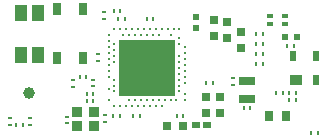
<source format=gtp>
G04 Layer_Color=8421504*
%FSLAX24Y24*%
%MOIN*%
G70*
G01*
G75*
%ADD18R,0.0256X0.0413*%
%ADD19R,0.0413X0.0551*%
%ADD20R,0.1902X0.1902*%
%ADD22R,0.0197X0.0157*%
%ADD24R,0.0236X0.0335*%
%ADD25R,0.0394X0.0335*%
%ADD26R,0.0300X0.0320*%
%ADD27R,0.0315X0.0295*%
%ADD28R,0.0197X0.0236*%
%ADD29R,0.0256X0.0197*%
%ADD30R,0.0374X0.0335*%
%ADD31R,0.0106X0.0118*%
%ADD32R,0.0551X0.0295*%
%ADD33R,0.0118X0.0106*%
%ADD34C,0.0394*%
%ADD36R,0.0236X0.0197*%
%ADD37R,0.0295X0.0315*%
%ADD61C,0.0118*%
D18*
X3757Y313D02*
D03*
Y1947D02*
D03*
X4603Y313D02*
D03*
Y1947D02*
D03*
D19*
X2545Y421D02*
D03*
X3115D02*
D03*
Y1839D02*
D03*
X2545D02*
D03*
D20*
X6750Y0D02*
D03*
D22*
X11356Y1738D02*
D03*
X10844D02*
D03*
Y1462D02*
D03*
X11356D02*
D03*
D24*
X11626Y404D02*
D03*
X12374D02*
D03*
Y-404D02*
D03*
D25*
X11705D02*
D03*
D26*
X10825Y-1600D02*
D03*
X11375D02*
D03*
D27*
X9430Y1000D02*
D03*
Y1532D02*
D03*
X8730Y-984D02*
D03*
Y-1516D02*
D03*
X9190D02*
D03*
Y-984D02*
D03*
X9880Y1182D02*
D03*
Y650D02*
D03*
X8980Y1582D02*
D03*
Y1050D02*
D03*
D28*
X8400Y1313D02*
D03*
Y1707D02*
D03*
D29*
X8383Y-1914D02*
D03*
X8757D02*
D03*
D30*
X4426Y-1488D02*
D03*
Y-1941D02*
D03*
X4997D02*
D03*
Y-1488D02*
D03*
D31*
X4734Y-303D02*
D03*
X4509D02*
D03*
X5862Y1880D02*
D03*
X5638D02*
D03*
X2398Y-1920D02*
D03*
X2622D02*
D03*
X12442Y-2170D02*
D03*
X12218D02*
D03*
X11722Y-840D02*
D03*
X11498D02*
D03*
X11652Y720D02*
D03*
X11428D02*
D03*
X11282Y-840D02*
D03*
X11058D02*
D03*
X11722Y-1070D02*
D03*
X11498D02*
D03*
X9968Y-1330D02*
D03*
X10192D02*
D03*
X6524Y-1615D02*
D03*
X6299D02*
D03*
X5629D02*
D03*
X5854D02*
D03*
X4739Y-1105D02*
D03*
X4964D02*
D03*
X4964Y-875D02*
D03*
X4739D02*
D03*
X6002Y1626D02*
D03*
X5778D02*
D03*
X6962D02*
D03*
X6738D02*
D03*
X8942Y-514D02*
D03*
X8718D02*
D03*
X7962Y-1620D02*
D03*
X7738D02*
D03*
X10622Y120D02*
D03*
X10398D02*
D03*
X10622Y453D02*
D03*
X10398D02*
D03*
X10622Y1120D02*
D03*
X10398D02*
D03*
X10622Y787D02*
D03*
X10398D02*
D03*
D32*
X10100Y-455D02*
D03*
Y-1025D02*
D03*
D33*
X2170Y-1912D02*
D03*
Y-1688D02*
D03*
X5320Y1643D02*
D03*
Y1867D02*
D03*
X2850Y-1688D02*
D03*
Y-1912D02*
D03*
X9610Y-576D02*
D03*
Y-352D02*
D03*
X5110Y452D02*
D03*
Y228D02*
D03*
X4300Y-418D02*
D03*
Y-642D02*
D03*
X4958Y-390D02*
D03*
Y-614D02*
D03*
X5342Y-1807D02*
D03*
Y-1583D02*
D03*
X4082Y-1623D02*
D03*
Y-1847D02*
D03*
D34*
X2820Y-850D02*
D03*
D36*
X11747Y1020D02*
D03*
X11353D02*
D03*
D37*
X7947Y-1955D02*
D03*
X7416D02*
D03*
D61*
X5667Y1280D02*
D03*
X5864D02*
D03*
X6061D02*
D03*
X6258D02*
D03*
X6455D02*
D03*
X6652D02*
D03*
X6848D02*
D03*
X7045D02*
D03*
X7242D02*
D03*
X7439D02*
D03*
X7636D02*
D03*
X7833D02*
D03*
X5470Y1083D02*
D03*
X5963D02*
D03*
X6159D02*
D03*
X6356D02*
D03*
X6553D02*
D03*
X6750D02*
D03*
X6947D02*
D03*
X7144D02*
D03*
X7537D02*
D03*
X7833Y984D02*
D03*
X5470Y886D02*
D03*
X5667Y787D02*
D03*
X7833D02*
D03*
X5470Y689D02*
D03*
X8030D02*
D03*
X5667Y591D02*
D03*
X5470Y492D02*
D03*
X8030D02*
D03*
X5667Y394D02*
D03*
X7833D02*
D03*
X5470Y295D02*
D03*
X8030D02*
D03*
X5667Y197D02*
D03*
X7833D02*
D03*
X5470Y98D02*
D03*
X8030D02*
D03*
X7833Y0D02*
D03*
X5470Y-98D02*
D03*
X8030D02*
D03*
X7833Y-197D02*
D03*
X5470Y-295D02*
D03*
X8030D02*
D03*
X5667Y-394D02*
D03*
X7833D02*
D03*
X8030Y-492D02*
D03*
X5667Y-591D02*
D03*
X7833D02*
D03*
X5470Y-689D02*
D03*
X7833Y-787D02*
D03*
X8030Y-886D02*
D03*
X5667Y-787D02*
D03*
X5470Y-1083D02*
D03*
X6159D02*
D03*
X6356D02*
D03*
X6553D02*
D03*
X6750D02*
D03*
X6947D02*
D03*
X7144D02*
D03*
X7341D02*
D03*
X7537D02*
D03*
X7734D02*
D03*
X8030D02*
D03*
X5667Y-1280D02*
D03*
X6061D02*
D03*
X6258D02*
D03*
X6455D02*
D03*
X6652D02*
D03*
X6848D02*
D03*
X7045D02*
D03*
X7242D02*
D03*
X5864D02*
D03*
M02*

</source>
